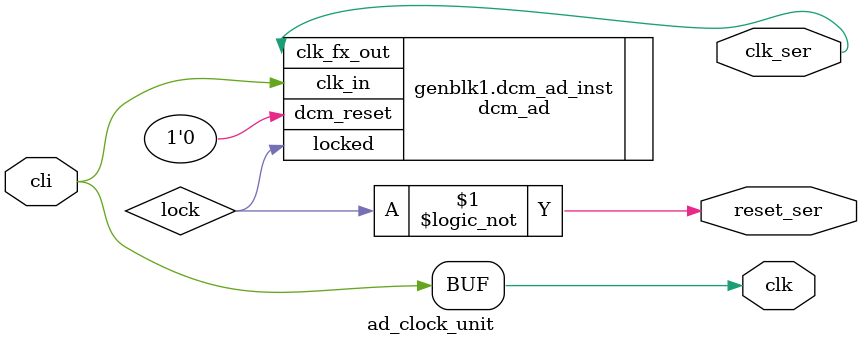
<source format=v>
`timescale 1ns/1ps

module ad_clock_unit # (
	parameter	CLK_UNIT_VENDOR		= "xilinx"		//´®ÐÐÊ±ÖÓÆ÷¼þ£¬"xilinx" "lattice"
	)
	(
	input			cli			,
	output			clk			,
	output			clk_ser		,
	output			reset_ser
	);

	//	ref signals
	wire			lock	;

	//	ref ARCHITECTURE

	//	-------------------------------------------------------------------------------------
	//	tCLIDLY typ value is 5 ns
	//	-------------------------------------------------------------------------------------
	assign	#5 clk		= cli;

	//	-------------------------------------------------------------------------------------
	//	¸ßËÙÊ±ÖÓ
	//	-------------------------------------------------------------------------------------
	generate
		if(CLK_UNIT_VENDOR=="xilinx") begin
			dcm_ad dcm_ad_inst (
			.clk_in		(clk			),
			.dcm_reset	(1'b0			),
			.clk_fx_out	(clk_ser		),
			.locked		(lock			)
			);
			assign	reset_ser	= !lock;
		end
		else if(CLK_UNIT_VENDOR=="lattice") begin
			pll_ad pll_ad_inst (
			.CLKI	(clk		),
			.CLKOP	(clk_ser	),
			.LOCK	(lock		)
			);
			assign	reset_ser	= !lock;
		end
	endgenerate



endmodule

</source>
